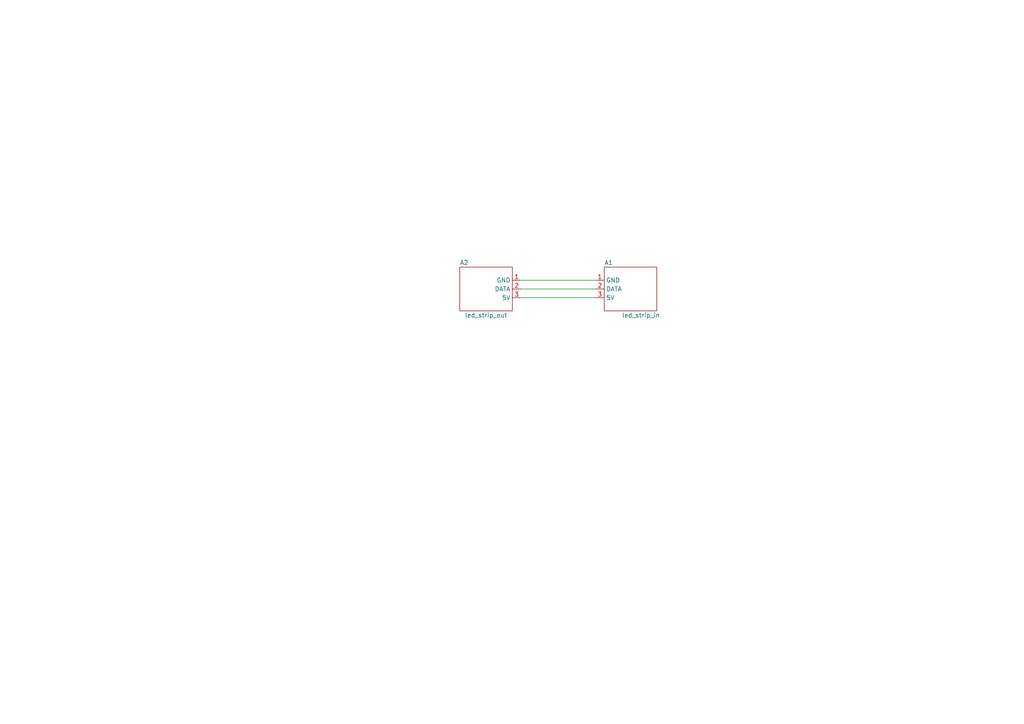
<source format=kicad_sch>
(kicad_sch (version 20230121) (generator eeschema)
  (paper "A4")
  (title_block (title "Wordclock LED Jumper Board") (comment 1 "Author: Matthieu Rudelle"))
  (lib_symbols
    (symbol "wordclock_jumper:led_strip_in"
      (property "Reference" "A" (at -6.35 7.62 0))
      (property "Value" "led_strip_in" (at 2.54 -7.62 0))
      (symbol "led_strip_in_0_1"
        (rectangle (start -7.62 6.35) (end 7.62 -6.35))
      )
      (symbol "led_strip_in_1_1"
        (pin input line (at -10.16 2.54 0) (length 2.54) (name "GND") (number "1"))
        (pin input line (at -10.16 0 0) (length 2.54) (name "DATA") (number "2"))
        (pin input line (at -10.16 -2.54 0) (length 2.54) (name "5V") (number "3"))
      )
    )
    (symbol "wordclock_jumper:led_strip_out"
      (property "Reference" "A" (at -6.35 7.62 0))
      (property "Value" "led_strip_out" (at 2.54 -7.62 0))
      (symbol "led_strip_out_0_1"
        (rectangle (start -7.62 6.35) (end 7.62 -6.35))
      )
      (symbol "led_strip_out_1_1"
        (pin input line (at 10.16 2.54 180) (length 2.54) (name "GND") (number "1"))
        (pin input line (at 10.16 0 180) (length 2.54) (name "DATA") (number "2"))
        (pin input line (at 10.16 -2.54 180) (length 2.54) (name "5V") (number "3"))
      )
    )
  )
  (wire (pts (xy 151.13 86.36) (xy 172.72 86.36)))
  (wire (pts (xy 151.13 83.82) (xy 172.72 83.82)))
  (wire (pts (xy 151.13 81.28) (xy 172.72 81.28)))
  (symbol (lib_id "wordclock_jumper:led_strip_in") (at 182.88 83.82 0) (unit 1)
    (property "Reference" "A1" (at 175.26 76.2 0) (effects (justify left)))
    (property "Value" "led_strip_in" (at 180.34 91.44 0) (effects (justify left)))
    (property "Footprint" "wordclock_pcb_jumper:BTFLED-STRIP" (effects hide))
  )
  (symbol (lib_id "wordclock_jumper:led_strip_out") (at 140.97 83.82 0) (unit 1)
    (property "Reference" "A2" (at 134.62 76.2 0))
    (property "Value" "led_strip_out" (at 140.97 91.44 0))
    (property "Footprint" "wordclock_pcb_jumper:BTFLED-STRIP" (effects hide))
  )
)
</source>
